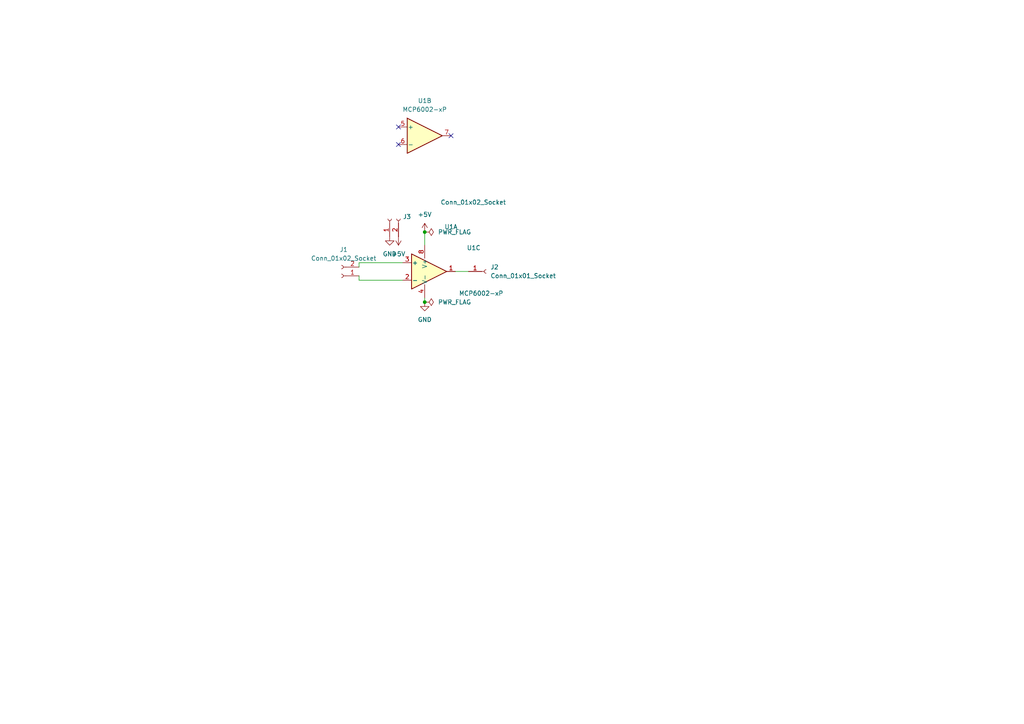
<source format=kicad_sch>
(kicad_sch (version 20250114) (generator "eeschema") (generator_version "9.0")
  (paper "A4")
  (lib_symbols
    (symbol "Amplifier_Operational:MCP6002-xP" (pin_names (offset 0.127))
      (property "Reference" "U" (at 0 5.08 0))
      (property "Value" "MCP6002-xP" (at 0 -5.08 0))
      (symbol "MCP6002-xP_1_1"
        (polyline (pts (xy -5.08 5.08) (xy 5.08 0) (xy -5.08 -5.08) (xy -5.08 5.08)) (stroke (width 0.254)) (fill (type background)))
        (pin input line (at -7.62 2.54 0) (length 2.54) (name "+") (number "3"))
        (pin input line (at -7.62 -2.54 0) (length 2.54) (name "-") (number "2"))
        (pin output line (at 7.62 0 180) (length 2.54) (name "~") (number "1"))
      )
      (symbol "MCP6002-xP_2_1"
        (polyline (pts (xy -5.08 5.08) (xy 5.08 0) (xy -5.08 -5.08) (xy -5.08 5.08)) (stroke (width 0.254)) (fill (type background)))
        (pin input line (at -7.62 2.54 0) (length 2.54) (name "+") (number "5"))
        (pin input line (at -7.62 -2.54 0) (length 2.54) (name "-") (number "6"))
        (pin output line (at 7.62 0 180) (length 2.54) (name "~") (number "7"))
      )
      (symbol "MCP6002-xP_3_1"
        (pin power_in line (at -2.54 7.62 270) (length 3.81) (name "V+") (number "8"))
        (pin power_in line (at -2.54 -7.62 90) (length 3.81) (name "V-") (number "4"))
      )
    )
    (symbol "Connector:Conn_01x01_Socket" (pin_names (offset 1.016) (hide yes))
      (property "Reference" "J" (at 0 2.54 0))
      (property "Value" "Conn_01x01_Socket" (at 0 -2.54 0))
      (symbol "Conn_01x01_Socket_1_1"
        (polyline (pts (xy -1.27 0) (xy -0.508 0)) (stroke (width 0.1524)))
        (arc (start 0 -0.508) (mid -0.5058 0) (end 0 0.508) (stroke (width 0.1524)))
        (pin passive line (at -5.08 0 0) (length 3.81) (name "Pin_1") (number "1"))
      )
    )
    (symbol "Connector:Conn_01x02_Socket" (pin_names (offset 1.016) (hide yes))
      (property "Reference" "J" (at 0 2.54 0))
      (property "Value" "Conn_01x02_Socket" (at 0 -5.08 0))
      (symbol "Conn_01x02_Socket_1_1"
        (polyline (pts (xy -1.27 0) (xy -0.508 0)) (stroke (width 0.1524)))
        (polyline (pts (xy -1.27 -2.54) (xy -0.508 -2.54)) (stroke (width 0.1524)))
        (arc (start 0 -0.508) (mid -0.5058 0) (end 0 0.508) (stroke (width 0.1524)))
        (arc (start 0 -3.048) (mid -0.5058 -2.54) (end 0 -2.032) (stroke (width 0.1524)))
        (pin passive line (at -5.08 0 0) (length 3.81) (name "Pin_1") (number "1"))
        (pin passive line (at -5.08 -2.54 0) (length 3.81) (name "Pin_2") (number "2"))
      )
    )
    (symbol "power:+5V" (power) (pin_numbers (hide yes)) (pin_names (offset 0) (hide yes))
      (property "Value" "+5V" (at 0 3.556 0))
      (symbol "+5V_0_1"
        (polyline (pts (xy -0.762 1.27) (xy 0 2.54)))
        (polyline (pts (xy 0 2.54) (xy 0.762 1.27)))
        (polyline (pts (xy 0 0) (xy 0 2.54)))
      )
      (symbol "+5V_1_1"
        (pin power_in line (at 0 0 90) (length 0) (name "~") (number "1"))
      )
    )
    (symbol "power:GND" (power) (pin_numbers (hide yes)) (pin_names (offset 0) (hide yes))
      (property "Value" "GND" (at 0 -3.81 0))
      (symbol "GND_0_1"
        (polyline (pts (xy 0 0) (xy 0 -1.27) (xy 1.27 -1.27) (xy 0 -2.54) (xy -1.27 -1.27) (xy 0 -1.27)))
      )
      (symbol "GND_1_1"
        (pin power_in line (at 0 0 270) (length 0) (name "~") (number "1"))
      )
    )
    (symbol "power:PWR_FLAG" (power) (pin_numbers (hide yes)) (pin_names (offset 0) (hide yes))
      (property "Value" "PWR_FLAG" (at 0 3.81 0))
      (symbol "PWR_FLAG_0_0"
        (pin power_out line (at 0 0 90) (length 0) (name "~") (number "1"))
      )
      (symbol "PWR_FLAG_0_1"
        (polyline (pts (xy 0 0) (xy 0 1.27) (xy -1.016 1.905) (xy 0 2.54) (xy 1.016 1.905) (xy 0 1.27)))
      )
    )
    (symbol "power:VCC" (power) (pin_numbers (hide yes)) (pin_names (offset 0) (hide yes))
      (property "Value" "VCC" (at 0 3.556 0))
      (symbol "VCC_0_1"
        (polyline (pts (xy -0.762 1.27) (xy 0 2.54)))
        (polyline (pts (xy 0 2.54) (xy 0.762 1.27)))
        (polyline (pts (xy 0 0) (xy 0 2.54)))
      )
      (symbol "VCC_1_1"
        (pin power_in line (at 0 0 90) (length 0) (name "~") (number "1"))
      )
    )
  )
  (junction (at 123.19 67.31))
  (junction (at 123.19 87.63))
  (no_connect (at 115.57 36.83))
  (no_connect (at 130.81 39.37))
  (no_connect (at 115.57 41.91))
  (wire (pts (xy 123.19 67.31) (xy 123.19 71.12)))
  (wire (pts (xy 104.14 81.28) (xy 104.14 80.01)))
  (wire (pts (xy 104.14 76.2) (xy 104.14 77.47)))
  (wire (pts (xy 116.84 76.2) (xy 104.14 76.2)))
  (wire (pts (xy 132.08 78.74) (xy 135.89 78.74)))
  (wire (pts (xy 123.19 87.63) (xy 123.19 86.36)))
  (wire (pts (xy 116.84 81.28) (xy 104.14 81.28)))
  (symbol (lib_id "power:GND") (at 123.19 87.63 0) (unit 1)
    (property "Reference" "#PWR02" (effects (hide yes)))
    (property "Value" "GND" (at 123.19 92.71 0))
    (property "Description" "Power symbol creates a global label with name \"GND\" , ground" (effects (hide yes)))
  )
  (symbol (lib_id "Amplifier_Operational:MCP6002-xP") (at 125.73 78.74 0) (unit 3)
    (property "Reference" "U1" (at 135.382 71.882 0) (effects (justify left)))
    (property "Value" "MCP6002-xP" (at 133.096 85.09 0) (effects (justify left)))
    (property "Footprint" "Package_DIP:DIP-8_W7.62mm_Socket" (effects (hide yes)))
    (property "Datasheet" "http://ww1.microchip.com/downloads/en/DeviceDoc/21733j.pdf" (effects (hide yes)))
    (property "Description" "1MHz, Low-Power Op Amp, DIP-8" (effects (hide yes)))
  )
  (symbol (lib_id "Connector:Conn_01x01_Socket") (at 140.97 78.74 0) (unit 1)
    (property "Reference" "J2" (at 142.24 77.4699 0) (effects (justify left)))
    (property "Value" "Conn_01x01_Socket" (at 142.24 80.0099 0) (effects (justify left)))
    (property "Footprint" "Connector_PinSocket_2.54mm:PinSocket_1x01_P2.54mm_Vertical" (effects (hide yes)))
    (property "Description" "Generic connector, single row, 01x01, script generated" (effects (hide yes)))
  )
  (symbol (lib_id "Amplifier_Operational:MCP6002-xP") (at 124.46 78.74 0) (unit 1)
    (property "Reference" "U1" (at 130.81 65.786 0))
    (property "Value" "MCP6002-xP" (effects (hide yes)))
    (property "Footprint" "Package_DIP:DIP-8_W7.62mm_Socket" (effects (hide yes)))
    (property "Datasheet" "http://ww1.microchip.com/downloads/en/DeviceDoc/21733j.pdf" (effects (hide yes)))
    (property "Description" "1MHz, Low-Power Op Amp, DIP-8" (effects (hide yes)))
  )
  (symbol (lib_id "power:+5V") (at 115.57 68.58 180) (unit 1)
    (property "Reference" "#PWR03" (effects (hide yes)))
    (property "Value" "+5V" (at 115.57 73.66 0))
    (property "Description" "Power symbol creates a global label with name \"+5V\"" (effects (hide yes)))
  )
  (symbol (lib_id "Amplifier_Operational:MCP6002-xP") (at 123.19 39.37 0) (unit 2)
    (property "Reference" "U1" (at 123.19 29.21 0))
    (property "Value" "MCP6002-xP" (at 123.19 31.75 0))
    (property "Footprint" "Package_DIP:DIP-8_W7.62mm_Socket" (effects (hide yes)))
    (property "Datasheet" "http://ww1.microchip.com/downloads/en/DeviceDoc/21733j.pdf" (effects (hide yes)))
    (property "Description" "1MHz, Low-Power Op Amp, DIP-8" (effects (hide yes)))
  )
  (symbol (lib_id "power:GND") (at 113.03 68.58 0) (unit 1)
    (property "Reference" "#PWR05" (effects (hide yes)))
    (property "Value" "GND" (at 113.03 73.66 0))
    (property "Description" "Power symbol creates a global label with name \"GND\" , ground" (effects (hide yes)))
  )
  (symbol (lib_id "Connector:Conn_01x02_Socket") (at 113.03 63.5 90) (unit 1)
    (property "Reference" "J3" (at 116.84 62.8649 90) (effects (justify right)))
    (property "Value" "Conn_01x02_Socket" (at 127.762 58.674 90) (effects (justify right)))
    (property "Footprint" "Connector_PinSocket_2.54mm:PinSocket_1x02_P2.54mm_Vertical" (effects (hide yes)))
    (property "Description" "Generic connector, single row, 01x02, script generated" (effects (hide yes)))
  )
  (symbol (lib_id "power:PWR_FLAG") (at 123.19 87.63 270) (unit 1)
    (property "Reference" "#FLG01" (effects (hide yes)))
    (property "Value" "PWR_FLAG" (at 127 87.6299 90) (effects (justify left)))
    (property "Description" "Special symbol for telling ERC where power comes from" (effects (hide yes)))
  )
  (symbol (lib_id "power:PWR_FLAG") (at 123.19 67.31 270) (unit 1)
    (property "Reference" "#FLG02" (effects (hide yes)))
    (property "Value" "PWR_FLAG" (at 127 67.3099 90) (effects (justify left)))
    (property "Description" "Special symbol for telling ERC where power comes from" (effects (hide yes)))
  )
  (symbol (lib_id "power:VCC") (at 123.19 67.31 0) (unit 1)
    (property "Reference" "#PWR01" (effects (hide yes)))
    (property "Value" "+5V" (at 123.19 62.23 0))
    (property "Description" "Power symbol creates a global label with name \"VCC\"" (effects (hide yes)))
  )
  (symbol (lib_id "Connector:Conn_01x02_Socket") (at 99.06 80.01 180) (unit 1)
    (property "Reference" "J1" (at 99.695 72.39 0))
    (property "Value" "Conn_01x02_Socket" (at 99.695 74.93 0))
    (property "Footprint" "Connector_PinSocket_2.54mm:PinSocket_1x02_P2.54mm_Vertical" (effects (hide yes)))
    (property "Description" "Generic connector, single row, 01x02, script generated" (effects (hide yes)))
  )
)
</source>
